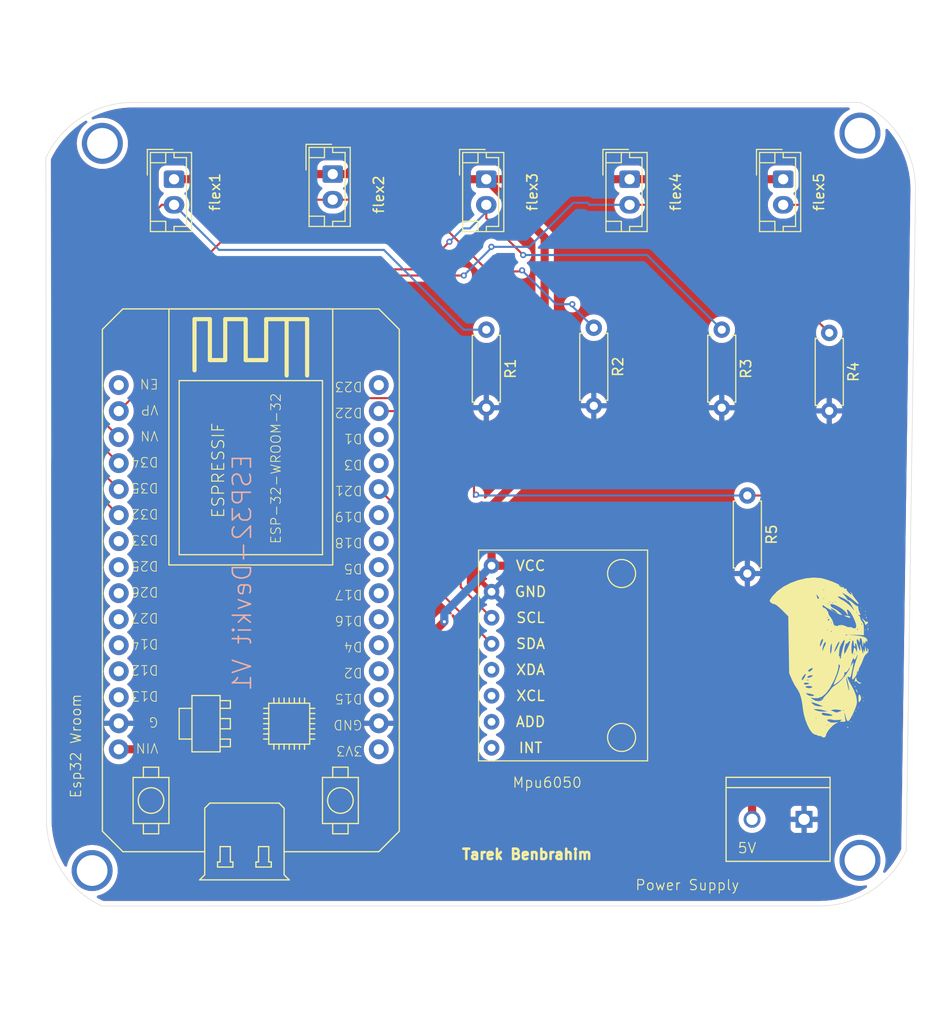
<source format=kicad_pcb>
(kicad_pcb (version 20240108) (generator "pcbnew") (generator_version "8.0")
  (layers (0 "F.Cu" signal) (31 "B.Cu" signal) (34 "B.Paste" user) (35 "F.Paste" user) (36 "B.SilkS" user "B.Silkscreen") (37 "F.SilkS" user "F.Silkscreen") (38 "B.Mask" user) (39 "F.Mask" user) (44 "Edge.Cuts" user))
  (net 0 "")
  (net 1 "Net-(U2-SDA)")
  (net 3 "Net-(BOARD1-PadD32)")
  (net 6 "+5V")
  (net 8 "Net-(BOARD1-PadVN)")
  (net 11 "Net-(BOARD1-PadVP)")
  (net 12 "GND")
  (net 18 "Net-(BOARD1-PadD35)")
  (net 19 "Net-(BOARD1-PadD34)")
  (net 25 "Net-(U2-SCL)")
  (footprint "Resistor_THT:R_Axial_DIN0207_L6.3mm_D2.5mm_P7.62mm_Horizontal" (layer "F.Cu") (at 170 88.38 -90)
    (property "Reference" "R5" (at 3.81 -2.37 90) (layer "F.SilkS"))
    (property "Value" "1K")
    (pad "1" thru_hole circle (at 0 0 270) (size 1.6 1.6) (drill 0.8) (layers "*.Cu" "*.Mask") (net 11 "Net-(BOARD1-PadVP)"))
    (pad "2" thru_hole oval (at 7.62 0 270) (size 1.6 1.6) (drill 0.8) (layers "*.Cu" "*.Mask") (net 12 "GND"))
  )
  (footprint "Resistor_THT:R_Axial_DIN0207_L6.3mm_D2.5mm_P7.62mm_Horizontal" (layer "F.Cu") (at 155 72 -90)
    (property "Reference" "R2" (at 3.81 -2.37 90) (layer "F.SilkS"))
    (property "Value" "1K")
    (pad "1" thru_hole circle (at 0 0 270) (size 1.6 1.6) (drill 0.8) (layers "*.Cu" "*.Mask") (net 18 "Net-(BOARD1-PadD35)"))
    (pad "2" thru_hole oval (at 7.62 0 270) (size 1.6 1.6) (drill 0.8) (layers "*.Cu" "*.Mask") (net 12 "GND"))
  )
  (footprint "Connector_JST:JST_EH_B2B-EH-A_1x02_P2.50mm_Vertical" (layer "F.Cu") (at 173.5 57.5 -90)
    (property "Reference" "flex5" (at 1.25 -3.5 90) (layer "F.SilkS"))
    (property "Value" "R_Variable")
    (pad "1" thru_hole roundrect (at 0 0 270) (size 1.7 2) (drill 1) (layers "*.Cu" "*.Mask") (roundrect_rratio 0.147059) (net 6 "+5V"))
    (pad "2" thru_hole oval (at 2.5 0 270) (size 1.7 2) (drill 1) (layers "*.Cu" "*.Mask") (net 11 "Net-(BOARD1-PadVP)"))
  )
  (footprint "Connector_JST:JST_EH_B2B-EH-A_1x02_P2.50mm_Vertical" (layer "F.Cu") (at 114 57.5 -90)
    (property "Reference" "flex1" (at 1.25 -4 90) (layer "F.SilkS"))
    (property "Value" "R_Variable")
    (pad "1" thru_hole roundrect (at 0 0 270) (size 1.7 2) (drill 1) (layers "*.Cu" "*.Mask") (roundrect_rratio 0.147059) (net 6 "+5V"))
    (pad "2" thru_hole oval (at 2.5 0 270) (size 1.7 2) (drill 1) (layers "*.Cu" "*.Mask") (net 3 "Net-(BOARD1-PadD32)"))
  )
  (footprint "Resistor_THT:R_Axial_DIN0207_L6.3mm_D2.5mm_P7.62mm_Horizontal" (layer "F.Cu") (at 144.5 72.19 -90)
    (property "Reference" "R1" (at 3.81 -2.37 90) (layer "F.SilkS"))
    (property "Value" "1K")
    (pad "1" thru_hole circle (at 0 0 270) (size 1.6 1.6) (drill 0.8) (layers "*.Cu" "*.Mask") (net 3 "Net-(BOARD1-PadD32)"))
    (pad "2" thru_hole oval (at 7.62 0 270) (size 1.6 1.6) (drill 0.8) (layers "*.Cu" "*.Mask") (net 12 "GND"))
  )
  (footprint "tarek:ESP32-DEVKITV1" (layer "F.Cu") (at 134 113.16 90)
    (property "Reference" "BOARD1" (hide yes))
    (property "Value" "~")
    (fp_text user "ESP32-Devkit V1" (at 28.92 -12.31 90) (layer "B.SilkS") (effects (font (size 1.775968 1.775968) (thickness 0.154432)) (justify left bottom mirror)))
    (fp_text user "D27" (at 13.37 -21.47 180) (layer "F.SilkS") (effects (font (size 0.93472 0.93472) (thickness 0.08128)) (justify left bottom)))
    (fp_text user "D13" (at 5.75 -21.47 180) (layer "F.SilkS") (effects (font (size 0.93472 0.93472) (thickness 0.08128)) (justify left bottom)))
    (fp_text user "D34" (at 28.61 -21.47 180) (layer "F.SilkS") (effects (font (size 0.93472 0.93472) (thickness 0.08128)) (justify left bottom)))
    (fp_text user "D14" (at 10.83 -21.47 180) (layer "F.SilkS") (effects (font (size 0.93472 0.93472) (thickness 0.08128)) (justify left bottom)))
    (fp_text user "ESP-32-WROOM-32" (at 20 -9.5 90) (layer "F.SilkS") (effects (font (size 0.93472 0.93472) (thickness 0.08128)) (justify left bottom)))
    (fp_text user "D19" (at 23.26 -1.54 180) (layer "F.SilkS") (effects (font (size 0.93472 0.93472) (thickness 0.08128)) (justify left bottom)))
    (fp_text user "D33" (at 20.99 -21.47 180) (layer "F.SilkS") (effects (font (size 0.93472 0.93472) (thickness 0.08128)) (justify left bottom)))
    (fp_text user "D12" (at 8.29 -21.47 180) (layer "F.SilkS") (effects (font (size 0.93472 0.93472) (thickness 0.08128)) (justify left bottom)))
    (fp_text user "D4" (at 10.56 -1.54 180) (layer "F.SilkS") (effects (font (size 0.93472 0.93472) (thickness 0.08128)) (justify left bottom)))
    (fp_text user "D16" (at 13.1 -1.54 180) (layer "F.SilkS") (effects (font (size 0.93472 0.93472) (thickness 0.08128)) (justify left bottom)))
    (fp_text user "D5" (at 18.18 -1.54 180) (layer "F.SilkS") (effects (font (size 0.93472 0.93472) (thickness 0.08128)) (justify left bottom)))
    (fp_text user "D17" (at 15.64 -1.54 180) (layer "F.SilkS") (effects (font (size 0.93472 0.93472) (thickness 0.08128)) (justify left bottom)))
    (fp_text user "D22" (at 33.42 -1.54 180) (layer "F.SilkS") (effects (font (size 0.93472 0.93472) (thickness 0.08128)) (justify left bottom)))
    (fp_text user "3V3" (at 0.4 -1.54 180) (layer "F.SilkS") (effects (font (size 0.93472 0.93472) (thickness 0.08128)) (justify left bottom)))
    (fp_text user "D18" (at 20.72 -1.54 180) (layer "F.SilkS") (effects (font (size 0.93472 0.93472) (thickness 0.08128)) (justify left bottom)))
    (fp_text user "D32" (at 23.53 -21.47 180) (layer "F.SilkS") (effects (font (size 0.93472 0.93472) (thickness 0.08128)) (justify left bottom)))
    (fp_text user "D25" (at 18.45 -21.47 180) (layer "F.SilkS") (effects (font (size 0.93472 0.93472) (thickness 0.08128)) (justify left bottom)))
    (fp_text user "EN" (at 36.23 -21.47 180) (layer "F.SilkS") (effects (font (size 0.93472 0.93472) (thickness 0.08128)) (justify left bottom)))
    (fp_text user "D2" (at 8.02 -1.54 180) (layer "F.SilkS") (effects (font (size 0.93472 0.93472) (thickness 0.08128)) (justify left bottom)))
    (fp_text user "ESPRESSIF " (at 22.5 -15 90) (layer "F.SilkS") (effects (font (size 1.1684 1.1684) (thickness 0.1016)) (justify left bottom)))
    (fp_text user "G" (at 3.21 -21.47 180) (layer "F.SilkS") (effects (font (size 0.93472 0.93472) (thickness 0.08128)) (justify left bottom)))
    (fp_text user "D3" (at 28.34 -1.54 180) (layer "F.SilkS") (effects (font (size 0.93472 0.93472) (thickness 0.08128)) (justify left bottom)))
    (fp_text user "GND" (at 2.94 -1.54 180) (layer "F.SilkS") (effects (font (size 0.93472 0.93472) (thickness 0.08128)) (justify left bottom)))
    (fp_text user "VN" (at 31.15 -21.47 180) (layer "F.SilkS") (effects (font (size 0.93472 0.93472) (thickness 0.08128)) (justify left bottom)))
    (fp_text user "D15" (at 5.48 -1.54 180) (layer "F.SilkS") (effects (font (size 0.93472 0.93472) (thickness 0.08128)) (justify left bottom)))
    (fp_text user "D1" (at 30.88 -1.54 180) (layer "F.SilkS") (effects (font (size 0.93472 0.93472) (thickness 0.08128)) (justify left bottom)))
    (fp_text user "D23" (at 35.96 -1.54 180) (layer "F.SilkS") (effects (font (size 0.93472 0.93472) (thickness 0.08128)) (justify left bottom)))
    (fp_text user "VIN" (at 0.67 -21.47 180) (layer "F.SilkS") (effects (font (size 0.93472 0.93472) (thickness 0.08128)) (justify left bottom)))
    (fp_text user "D21" (at 25.8 -1.54 180) (layer "F.SilkS") (effects (font (size 0.93472 0.93472) (thickness 0.08128)) (justify left bottom)))
    (fp_text user "D35" (at 26.07 -21.47 180) (layer "F.SilkS") (effects (font (size 0.93472 0.93472) (thickness 0.08128)) (justify left bottom)))
    (fp_text user "VP" (at 33.69 -21.47 180) (layer "F.SilkS") (effects (font (size 0.93472 0.93472) (thickness 0.08128)) (justify left bottom)))
    (fp_text user "D26" (at 15.91 -21.47 180) (layer "F.SilkS") (effects (font (size 0.93472 0.93472) (thickness 0.08128)) (justify left bottom)))
    (pad "3V3" thru_hole circle (at 0 0 90) (size 1.9304 1.9304) (drill 1) (layers "*.Cu" "*.Mask"))
    (pad "D1" thru_hole circle (at 30.48 0 90) (size 1.9304 1.9304) (drill 1) (layers "*.Cu" "*.Mask"))
    (pad "D2" thru_hole circle (at 7.62 0 90) (size 1.9304 1.9304) (drill 1) (layers "*.Cu" "*.Mask"))
    (pad "D3" thru_hole circle (at 27.94 0 90) (size 1.9304 1.9304) (drill 1) (layers "*.Cu" "*.Mask"))
    (pad "D4" thru_hole circle (at 10.16 0 90) (size 1.9304 1.9304) (drill 1) (layers "*.Cu" "*.Mask"))
    (pad "D5" thru_hole circle (at 17.78 0 90) (size 1.9304 1.9304) (drill 1) (layers "*.Cu" "*.Mask"))
    (pad "D12" thru_hole circle (at 7.62 -25.4 90) (size 1.9304 1.9304) (drill 1) (layers "*.Cu" "*.Mask"))
    (pad "D13" thru_hole circle (at 5.08 -25.4 90) (size 1.9304 1.9304) (drill 1) (layers "*.Cu" "*.Mask"))
    (pad "D14" thru_hole circle (at 10.16 -25.4 90) (size 1.9304 1.9304) (drill 1) (layers "*.Cu" "*.Mask"))
    (pad "D15" thru_hole circle (at 5.08 0 90) (size 1.9304 1.9304) (drill 1) (layers "*.Cu" "*.Mask"))
    (pad "D16" thru_hole circle (at 12.7 0 90) (size 1.9304 1.9304) (drill 1) (layers "*.Cu" "*.Mask"))
    (pad "D17" thru_hole circle (at 15.24 0 90) (size 1.9304 1.9304) (drill 1) (layers "*.Cu" "*.Mask"))
    (pad "D18" thru_hole circle (at 20.32 0 90) (size 1.9304 1.9304) (drill 1) (layers "*.Cu" "*.Mask"))
    (pad "D19" thru_hole circle (at 22.86 0 90) (size 1.9304 1.9304) (drill 1) (layers "*.Cu" "*.Mask"))
    (pad "D21" thru_hole circle (at 25.4 0 90) (size 1.9304 1.9304) (drill 1) (layers "*.Cu" "*.Mask") (net 1 "Net-(U2-SDA)"))
    (pad "D22" thru_hole circle (at 33.02 0 90) (size 1.9304 1.9304) (drill 1) (layers "*.Cu" "*.Mask") (net 25 "Net-(U2-SCL)"))
    (pad "D23" thru_hole circle (at 35.56 0 90) (size 1.9304 1.9304) (drill 1) (layers "*.Cu" "*.Mask"))
    (pad "D25" thru_hole circle (at 17.78 -25.4 90) (size 1.9304 1.9304) (drill 1) (layers "*.Cu" "*.Mask"))
    (pad "D26" thru_hole circle (at 15.24 -25.4 90) (size 1.9304 1.9304) (drill 1) (layers "*.Cu" "*.Mask"))
    (pad "D27" thru_hole circle (at 12.7 -25.4 90) (size 1.9304 1.9304) (drill 1) (layers "*.Cu" "*.Mask"))
    (pad "D32" thru_hole circle (at 22.86 -25.4 90) (size 1.9304 1.9304) (drill 1) (layers "*.Cu" "*.Mask") (net 3 "Net-(BOARD1-PadD32)"))
    (pad "D33" thru_hole circle (at 20.32 -25.4 90) (size 1.9304 1.9304) (drill 1) (layers "*.Cu" "*.Mask"))
    (pad "D34" thru_hole circle (at 27.94 -25.4 90) (size 1.9304 1.9304) (drill 1) (layers "*.Cu" "*.Mask") (net 19 "Net-(BOARD1-PadD34)"))
    (pad "D35" thru_hole circle (at 25.4 -25.4 90) (size 1.9304 1.9304) (drill 1) (layers "*.Cu" "*.Mask") (net 18 "Net-(BOARD1-PadD35)"))
    (pad "EN" thru_hole circle (at 35.56 -25.4 90) (size 1.9304 1.9304) (drill 1) (layers "*.Cu" "*.Mask"))
    (pad "GND" thru_hole circle (at 2.54 -25.4 90) (size 1.9304 1.9304) (drill 1) (layers "*.Cu" "*.Mask") (net 12 "GND"))
    (pad "GND@1" thru_hole circle (at 2.54 0 90) (size 1.9304 1.9304) (drill 1) (layers "*.Cu" "*.Mask") (net 12 "GND"))
    (pad "VIN" thru_hole circle (at 0 -25.4 90) (size 1.9304 1.9304) (drill 1) (layers "*.Cu" "*.Mask") (net 6 "+5V"))
    (pad "VN" thru_hole circle (at 30.48 -25.4 90) (size 1.9304 1.9304) (drill 1) (layers "*.Cu" "*.Mask") (net 8 "Net-(BOARD1-PadVN)"))
    (pad "VP" thru_hole circle (at 33.02 -25.4 90) (size 1.9304 1.9304) (drill 1) (layers "*.Cu" "*.Mask") (net 11 "Net-(BOARD1-PadVP)"))
  )
  (footprint "mpu6050:module_mpu6050" (layer "F.Cu") (at 145.015 113.017)
    (property "Reference" "U2" (hide yes))
    (property "Value" "module_mpu6050" (hide yes))
    (fp_text user "XDA" (at 3.81 -7.62 0) (layer "F.SilkS"))
    (fp_text user "ADD" (at 3.81 -2.54 0) (layer "F.SilkS"))
    (fp_text user "GND" (at 3.81 -15.24 0) (layer "F.SilkS"))
    (fp_text user "SCL" (at 3.81 -12.7 0) (layer "F.SilkS"))
    (fp_text user "XCL" (at 3.81 -5.08 0) (layer "F.SilkS"))
    (fp_text user "SDA" (at 3.81 -10.16 0) (layer "F.SilkS"))
    (fp_text user "INT" (at 3.81 0 0) (layer "F.SilkS"))
    (fp_text user "VCC" (at 3.81 -17.78 0) (layer "F.SilkS"))
    (pad "1" thru_hole circle (at 0 -17.78) (size 1.524 1.524) (drill 0.762) (layers "*.Cu" "*.Mask") (net 6 "+5V"))
    (pad "2" thru_hole circle (at 0 -15.24) (size 1.524 1.524) (drill 0.762) (layers "*.Cu" "*.Mask") (net 12 "GND"))
    (pad "3" thru_hole circle (at 0 -12.7) (size 1.524 1.524) (drill 0.762) (layers "*.Cu" "*.Mask") (net 25 "Net-(U2-SCL)"))
    (pad "4" thru_hole circle (at 0 -10.16) (size 1.524 1.524) (drill 0.762) (layers "*.Cu" "*.Mask") (net 1 "Net-(U2-SDA)"))
    (pad "5" thru_hole circle (at 0 -7.62) (size 1.524 1.524) (drill 0.762) (layers "*.Cu" "*.Mask"))
    (pad "6" thru_hole circle (at 0 -5.08) (size 1.524 1.524) (drill 0.762) (layers "*.Cu" "*.Mask"))
    (pad "7" thru_hole circle (at 0 -2.54) (size 1.524 1.524) (drill 0.762) (layers "*.Cu" "*.Mask"))
    (pad "8" thru_hole circle (at 0 0) (size 1.524 1.524) (drill 0.762) (layers "*.Cu" "*.Mask"))
  )
  (footprint "LOGO" (layer "F.Cu") (at 177 105)
    (property "Reference" "G***" (at 0 0 0) (layer "F.SilkS") (effects (font (size 1.5 1.5) (thickness 0.3))))
    (property "Value" "LOGO" (hide yes))
  )
  (footprint "Resistor_THT:R_Axial_DIN0207_L6.3mm_D2.5mm_P7.62mm_Horizontal" (layer "F.Cu") (at 167.5 72.19 -90)
    (property "Reference" "R3" (at 3.81 -2.37 90) (layer "F.SilkS"))
    (property "Value" "1K")
    (pad "1" thru_hole circle (at 0 0 270) (size 1.6 1.6) (drill 0.8) (layers "*.Cu" "*.Mask") (net 19 "Net-(BOARD1-PadD34)"))
    (pad "2" thru_hole oval (at 7.62 0 270) (size 1.6 1.6) (drill 0.8) (layers "*.Cu" "*.Mask") (net 12 "GND"))
  )
  (footprint "Resistor_THT:R_Axial_DIN0207_L6.3mm_D2.5mm_P7.62mm_Horizontal" (layer "F.Cu") (at 178 72.5 -90)
    (property "Reference" "R4" (at 3.81 -2.37 90) (layer "F.SilkS"))
    (property "Value" "1K")
    (pad "1" thru_hole circle (at 0 0 270) (size 1.6 1.6) (drill 0.8) (layers "*.Cu" "*.Mask") (net 8 "Net-(BOARD1-PadVN)"))
    (pad "2" thru_hole oval (at 7.62 0 270) (size 1.6 1.6) (drill 0.8) (layers "*.Cu" "*.Mask") (net 12 "GND"))
  )
  (footprint "scewterminal:screwterminal" (layer "F.Cu") (at 173 120 180)
    (property "Reference" "J1" (hide yes))
    (property "Value" "Screw_Terminal_01x02" (hide yes))
    (pad "1" thru_hole rect (at -2.54 0 180) (size 1.65 1.65) (drill 1.1) (layers "*.Cu" "*.Mask") (net 12 "GND"))
    (pad "2" thru_hole circle (at 2.54 0 180) (size 1.65 1.65) (drill 1.1) (layers "*.Cu" "*.Mask") (net 6 "+5V"))
  )
  (footprint "Connector_JST:JST_EH_B2B-EH-A_1x02_P2.50mm_Vertical" (layer "F.Cu") (at 144.5 57.5 -90)
    (property "Reference" "flex3" (at 1.25 -4.5 90) (layer "F.SilkS"))
    (property "Value" "R_Variable")
    (pad "1" thru_hole roundrect (at 0 0 270) (size 1.7 2) (drill 1) (layers "*.Cu" "*.Mask") (roundrect_rratio 0.147059) (net 6 "+5V"))
    (pad "2" thru_hole oval (at 2.5 0 270) (size 1.7 2) (drill 1) (layers "*.Cu" "*.Mask") (net 19 "Net-(BOARD1-PadD34)"))
  )
  (footprint "Connector_JST:JST_EH_B2B-EH-A_1x02_P2.50mm_Vertical" (layer "F.Cu") (at 158.5 57.5 -90)
    (property "Reference" "flex4" (at 1.25 -4.5 90) (layer "F.SilkS"))
    (property "Value" "R_Variable")
    (pad "1" thru_hole roundrect (at 0 0 270) (size 1.7 2) (drill 1) (layers "*.Cu" "*.Mask") (roundrect_rratio 0.147059) (net 6 "+5V"))
    (pad "2" thru_hole oval (at 2.5 0 270) (size 1.7 2) (drill 1) (layers "*.Cu" "*.Mask") (net 8 "Net-(BOARD1-PadVN)"))
  )
  (footprint "Connector_JST:JST_EH_B2B-EH-A_1x02_P2.50mm_Vertical" (layer "F.Cu") (at 129.5 57 -90)
    (property "Reference" "flex2" (at 2 -4.5 90) (layer "F.SilkS"))
    (property "Value" "R_Variable")
    (pad "1" thru_hole roundrect (at 0 0 270) (size 1.7 2) (drill 1) (layers "*.Cu" "*.Mask") (roundrect_rratio 0.147059) (net 6 "+5V"))
    (pad "2" thru_hole oval (at 2.5 0 270) (size 1.7 2) (drill 1) (layers "*.Cu" "*.Mask") (net 18 "Net-(BOARD1-PadD35)"))
  )
  (gr_arc (start 185.520474 123.035439) (mid 182.057075 127.000013) (end 177 128.462536) (stroke (width 0.05)) (layer "Edge.Cuts"))
  (gr_line (start 186.427108 58.520457) (end 185.520474 123.035439) (stroke (width 0.05)) (layer "Edge.Cuts"))
  (gr_arc (start 101.479543 55.427108) (mid 104.942937 51.462538) (end 110 50) (stroke (width 0.05)) (layer "Edge.Cuts"))
  (gr_line (start 101.537462 119.942937) (end 101.479543 55.427108) (stroke (width 0.05)) (layer "Edge.Cuts"))
  (gr_line (start 110 50) (end 181 50) (stroke (width 0.05)) (layer "Edge.Cuts"))
  (gr_line (start 177 128.462536) (end 106.96457 128.463394) (stroke (width 0.05)) (layer "Edge.Cuts"))
  (gr_arc (start 106.96457 128.463394) (mid 103 125) (end 101.537462 119.942937) (stroke (width 0.05)) (layer "Edge.Cuts"))
  (gr_arc (start 181 50) (mid 184.96457 53.463394) (end 186.427108 58.520457) (stroke (width 0.05)) (layer "Edge.Cuts"))
  (gr_text "Power Supply \n" (at 159 127 0) (layer "F.SilkS") (effects (font (size 1 1) (thickness 0.1)) (justify left bottom)))
  (gr_text "Mpu6050\n" (at 147 117 0) (layer "F.SilkS") (effects (font (size 1 1) (thickness 0.1)) (justify left bottom)))
  (gr_text "5V \n\n" (at 169 125 0) (layer "F.SilkS") (effects (font (size 1 1) (thickness 0.1)) (justify left bottom)))
  (gr_text "Tarek Benbrahim \n" (at 142 124 0) (layer "F.SilkS") (effects (font (size 1 1) (thickness 0.25) (bold yes)) (justify left bottom)))
  (gr_text "Esp32 Wroom \n" (at 105 118 90) (layer "F.SilkS") (effects (font (size 1 1) (thickness 0.1)) (justify left bottom)))
  (via (at 107 54) (size 4) (drill 3) (layers "F.Cu" "B.Cu") (net 0))
  (via (at 106 125) (size 4) (drill 3) (layers "F.Cu" "B.Cu") (net 0))
  (via (at 181 53) (size 4) (drill 3) (layers "F.Cu" "B.Cu") (net 0))
  (via (at 181 124) (size 4) (drill 3) (layers "F.Cu" "B.Cu") (net 0))
  (segment (start 139.3 97.142) (end 145.015 102.857) (width 0.2) (layer "F.Cu") (net 1))
  (segment (start 139.3 93.06) (end 139.3 97.142) (width 0.2) (layer "F.Cu") (net 1))
  (segment (start 134 87.76) (end 139.3 93.06) (width 0.2) (layer "F.Cu") (net 1))
  (segment (start 102.7 84.4) (end 108.6 90.3) (width 0.2) (layer "F.Cu") (net 3))
  (segment (start 114 60) (end 112.8 60) (width 0.2) (layer "F.Cu") (net 3))
  (segment (start 112.8 60) (end 102.7 70.1) (width 0.2) (layer "F.Cu") (net 3))
  (segment (start 102.7 70.1) (end 102.7 84.4) (width 0.2) (layer "F.Cu") (net 3))
  (segment (start 134.5 64.4) (end 118.4 64.4) (width 0.2) (layer "B.Cu") (net 3))
  (segment (start 144.5 72.19) (end 142.29 72.19) (width 0.2) (layer "B.Cu") (net 3))
  (segment (start 142.29 72.19) (end 134.5 64.4) (width 0.2) (layer "B.Cu") (net 3))
  (segment (start 118.4 64.4) (end 114 60) (width 0.2) (layer "B.Cu") (net 3))
  (segment (start 146.7 57.5) (end 149.3 54.9) (width 0.8) (layer "F.Cu") (net 6))
  (segment (start 163.8 108.2) (end 163.8 102.1) (width 0.8) (layer "F.Cu") (net 6))
  (segment (start 138.3 54.8) (end 141 57.5) (width 0.8) (layer "F.Cu") (net 6))
  (segment (start 116.6 117.3) (end 136.5 117.3) (width 0.8) (layer "F.Cu") (net 6))
  (segment (start 144.5 57.5) (end 146.7 57.5) (width 0.8) (layer "F.Cu") (net 6))
  (segment (start 170.46 120) (end 170.46 114.86) (width 0.8) (layer "F.Cu") (net 6))
  (segment (start 138.2 54.9) (end 138.3 54.8) (width 0.8) (layer "F.Cu") (net 6))
  (segment (start 117.6 55.5) (end 123.6 55.5) (width 0.8) (layer "F.Cu") (net 6))
  (segment (start 145.015 89.385) (end 150.2 84.2) (width 0.8) (layer "F.Cu") (net 6))
  (segment (start 156.7 57.5) (end 158.5 57.5) (width 0.8) (layer "F.Cu") (net 6))
  (segment (start 112.46 113.16) (end 116.6 117.3) (width 0.8) (layer "F.Cu") (net 6))
  (segment (start 123.6 55.5) (end 125.1 57) (width 0.8) (layer "F.Cu") (net 6))
  (segment (start 158.5 57.5) (end 160.6 57.5) (width 0.8) (layer "F.Cu") (net 6))
  (segment (start 150.2 84.2) (end 150.2 63.2) (width 0.8) (layer "F.Cu") (net 6))
  (segment (start 150.2 63.2) (end 144.5 57.5) (width 0.8) (layer "F.Cu") (net 6))
  (segment (start 170.6 57.5) (end 173.5 57.5) (width 0.8) (layer "F.Cu") (net 6))
  (segment (start 108.6 113.16) (end 112.46 113.16) (width 0.8) (layer "F.Cu") (net 6))
  (segment (start 141 57.5) (end 144.5 57.5) (width 0.8) (layer "F.Cu") (net 6))
  (segment (start 154.1 54.9) (end 156.7 57.5) (width 0.8) (layer "F.Cu") (net 6))
  (segment (start 125.1 57) (end 129.5 57) (width 0.8) (layer "F.Cu") (net 6))
  (segment (start 163.1 55) (end 168.1 55) (width 0.8) (layer "F.Cu") (net 6))
  (segment (start 138.4 102.7) (end 140.4 100.7) (width 0.8) (layer "F.Cu") (net 6))
  (segment (start 129.5 57) (end 130.9 57) (width 0.8) (layer "F.Cu") (net 6))
  (segment (start 115.6 57.5) (end 117.6 55.5) (width 0.8) (layer "F.Cu") (net 6))
  (segment (start 160.6 57.5) (end 163.1 55) (width 0.8) (layer "F.Cu") (net 6))
  (segment (start 168.1 55) (end 170.6 57.5) (width 0.8) (layer "F.Cu") (net 6))
  (segment (start 163.8 102.1) (end 156.937 95.237) (width 0.8) (layer "F.Cu") (net 6))
  (segment (start 136.5 117.3) (end 138.4 115.4) (width 0.8) (layer "F.Cu") (net 6))
  (segment (start 114 57.5) (end 115.6 57.5) (width 0.8) (layer "F.Cu") (net 6))
  (segment (start 156.937 95.237) (end 145.015 95.237) (width 0.8) (layer "F.Cu") (net 6))
  (segment (start 170.46 114.86) (end 163.8 108.2) (width 0.8) (layer "F.Cu") (net 6))
  (segment (start 133 54.9) (end 138.2 54.9) (width 0.8) (layer "F.Cu") (net 6))
  (segment (start 130.9 57) (end 133 54.9) (width 0.8) (layer "F.Cu") (net 6))
  (segment (start 149.3 54.9) (end 154.1 54.9) (width 0.8) (layer "F.Cu") (net 6))
  (segment (start 138.4 115.4) (end 138.4 102.7) (width 0.8) (layer "F.Cu") (net 6))
  (segment (start 145.015 95.237) (end 145.015 89.385) (width 0.8) (layer "F.Cu") (net 6))
  (via (at 140.4 100.7) (size 0.6) (drill 0.3) (layers "F.Cu" "B.Cu") (net 6))
  (segment (start 140.4 100.7) (end 140.4 99.852) (width 0.8) (layer "B.Cu") (net 6))
  (segment (start 140.4 99.852) (end 145.015 95.237) (width 0.8) (layer "B.Cu") (net 6))
  (segment (start 105.2 79.28) (end 105.2 73) (width 0.2) (layer "F.Cu") (net 8))
  (segment (start 165.5 60) (end 178 72.5) (width 0.2) (layer "F.Cu") (net 8))
  (segment (start 105.2 73) (end 111.3 66.9) (width 0.2) (layer "F.Cu") (net 8))
  (segment (start 158.5 60) (end 165.5 60) (width 0.2) (layer "F.Cu") (net 8))
  (segment (start 111.3 66.9) (end 142.3 66.9) (width 0.2) (layer "F.Cu") (net 8))
  (segment (start 108.6 82.68) (end 105.2 79.28) (width 0.2) (layer "F.Cu") (net 8))
  (segment (start 145 64.1) (end 144.9 64.2) (width 0.2) (layer "F.Cu") (net 8))
  (via (at 142.3 66.9) (size 0.6) (drill 0.3) (layers "F.Cu" "B.Cu") (net 8))
  (via (at 145 64.1) (size 0.6) (drill 0.3) (layers "F.Cu" "B.Cu") (net 8))
  (segment (start 142.3 66.9) (end 145 64.2) (width 0.2) (layer "B.Cu") (net 8))
  (segment (start 153 59.8) (end 154.4 59.8) (width 0.2) (layer "B.Cu") (net 8))
  (segment (start 145 64.1) (end 148.7 64.1) (width 0.2) (layer "B.Cu") (net 8))
  (segment (start 154.4 59.8) (end 154.6 60) (width 0.2) (layer "B.Cu") (net 8))
  (segment (start 154.6 60) (end 158.5 60) (width 0.2) (layer "B.Cu") (net 8))
  (segment (start 145 64.2) (end 145 64.1) (width 0.2) (layer "B.Cu") (net 8))
  (segment (start 148.7 64.1) (end 153 59.8) (width 0.2) (layer "B.Cu") (net 8))
  (segment (start 143.3 82.634314) (end 143.3 88.5) (width 0.2) (layer "F.Cu") (net 11))
  (segment (start 176.82 88.38) (end 170 88.38) (width 0.2) (layer "F.Cu") (net 11))
  (segment (start 175.9 60) (end 184.1 68.2) (width 0.2) (layer "F.Cu") (net 11))
  (segment (start 109.8652 78.8748) (end 139.540486 78.8748) (width 0.2) (layer "F.Cu") (net 11))
  (segment (start 139.540486 78.8748) (end 143.3 82.634314) (width 0.2) (layer "F.Cu") (net 11))
  (segment (start 173.5 60) (end 175.9 60) (width 0.2) (layer "F.Cu") (net 11))
  (segment (start 108.6 80.14) (end 109.8652 78.8748) (width 0.2) (layer "F.Cu") (net 11))
  (segment (start 143.3 88.5) (end 143.5 88.3) (width 0.2) (layer "F.Cu") (net 11))
  (segment (start 184.1 68.2) (end 184.1 81.1) (width 0.2) (layer "F.Cu") (net 11))
  (segment (start 184.1 81.1) (end 176.82 88.38) (width 0.2) (layer "F.Cu") (net 11))
  (via (at 143.5 88.3) (size 0.6) (drill 0.3) (layers "F.Cu" "B.Cu") (net 11))
  (segment (start 143.5 88.3) (end 143.58 88.38) (width 0.2) (layer "B.Cu") (net 11))
  (segment (start 143.58 88.38) (end 170 88.38) (width 0.2) (layer "B.Cu") (net 11))
  (segment (start 175.54 120) (end 175.54 115.14) (width 0.2) (layer "F.Cu") (net 12))
  (segment (start 175.54 115.14) (end 170 109.6) (width 0.2) (layer "F.Cu") (net 12))
  (segment (start 170 109.6) (end 170 96) (width 0.2) (layer "F.Cu") (net 12))
  (segment (start 103.5 71.5) (end 103.5 82.66) (width 0.2) (layer "F.Cu") (net 18))
  (segment (start 103.5 82.66) (end 108.6 87.76) (width 0.2) (layer "F.Cu") (net 18))
  (segment (start 137.7 59.5) (end 144.7 66.5) (width 0.2) (layer "F.Cu") (net 18))
  (segment (start 129.5 59.5) (end 122.7 59.5) (width 0.2) (layer "F.Cu") (net 18))
  (segment (start 109.4 65.6) (end 103.5 71.5) (width 0.2) (layer "F.Cu") (net 18))
  (segment (start 144.7 66.5) (end 148 66.5) (width 0.2) (layer "F.Cu") (net 18))
  (segment (start 116.3 65.6) (end 109.4 65.6) (width 0.2) (layer "F.Cu") (net 18))
  (segment (start 117.1 64.8) (end 116.3 65.6) (width 0.2) (layer "F.Cu") (net 18))
  (segment (start 117.4 64.8) (end 117.1 64.8) (width 0.2) (layer "F.Cu") (net 18))
  (segment (start 129.5 59.5) (end 137.7 59.5) (width 0.2) (layer "F.Cu") (net 18))
  (segment (start 148 66.5) (end 148 66.4) (width 0.2) (layer "F.Cu") (net 18))
  (segment (start 122.7 59.5) (end 117.4 64.8) (width 0.2) (layer "F.Cu") (net 18))
  (via (at 152.9 69.7) (size 0.6) (drill 0.3) (layers "F.Cu" "B.Cu") (net 18))
  (via (at 148 66.4) (size 0.6) (drill 0.3) (layers "F.Cu" "B.Cu") (net 18))
  (segment (start 153 69.8) (end 153 70) (width 0.2) (layer "B.Cu") (net 18))
  (segment (start 151.3 69.7) (end 152.9 69.7) (width 0.2) (layer "B.Cu") (net 18))
  (segment (start 153 70) (end 155 72) (width 0.2) (layer "B.Cu") (net 18))
  (segment (start 148 66.4) (end 151.3 69.7) (width 0.2) (layer "B.Cu") (net 18))
  (segment (start 152.9 69.7) (end 153 69.8) (width 0.2) (layer "B.Cu") (net 18))
  (segment (start 144.5 61.3) (end 148.1 64.9) (width 0.2) (layer "F.Cu") (net 19))
  (segment (start 138.2 66.3) (end 140.9 63.6) (width 0.2) (layer "F.Cu") (net 19))
  (segment (start 108.6 85.22) (end 104.08 80.7) (width 0.2) (layer "F.Cu") (net 19))
  (segment (start 110.6 66.3) (end 138.2 66.3) (width 0.2) (layer "F.Cu") (net 19))
  (segment (start 144.5 60) (end 144.5 61.3) (width 0.2) (layer "F.Cu") (net 19))
  (segment (start 104 80.7) (end 104 72.9) (width 0.2) (layer "F.Cu") (net 19))
  (segment (start 104 72.9) (end 110.6 66.3) (width 0.2) (layer "F.Cu") (net 19))
  (segment (start 104.08 80.7) (end 104 80.7) (width 0.2) (layer "F.Cu") (net 19))
  (via (at 140.9 63.6) (size 0.6) (drill 0.3) (layers "F.Cu" "B.Cu") (net 19))
  (via (at 148.1 64.9) (size 0.6) (drill 0.3) (layers "F.Cu" "B.Cu") (net 19))
  (segment (start 142.9 62.3) (end 144.5 60.7) (width 0.2) (layer "B.Cu") (net 19))
  (segment (start 160.21 64.9) (end 167.5 72.19) (width 0.2) (layer "B.Cu") (net 19))
  (segment (start 142.2 62.3) (end 142.9 62.3) (width 0.2) (layer "B.Cu") (net 19))
  (segment (start 144.5 60.7) (end 144.5 60) (width 0.2) (layer "B.Cu") (net 19))
  (segment (start 148.1 64.9) (end 160.21 64.9) (width 0.2) (layer "B.Cu") (net 19))
  (segment (start 140.9 63.6) (end 142.2 62.3) (width 0.2) (layer "B.Cu") (net 19))
  (segment (start 134 80.14) (end 140.24 80.14) (width 0.2) (layer "F.Cu") (net 25))
  (segment (start 142 97.302) (end 145.015 100.317) (width 0.2) (layer "F.Cu") (net 25))
  (segment (start 140.24 80.14) (end 142 81.9) (width 0.2) (layer "F.Cu") (net 25))
  (segment (start 142 81.9) (end 142 97.302) (width 0.2) (layer "F.Cu") (net 25))
  (zone (net 12) (net_name "GND") (layers "F&B.Cu") (connect_pads (clearance 0.5)) (min_thickness 0.25) (fill yes (thermal_gap 0.5) (thermal_bridge_width 0.5))
    (polygon (pts (xy 97 40) (xy 190 40) (xy 190 140) (xy 97 140)))
  )
)
</source>
